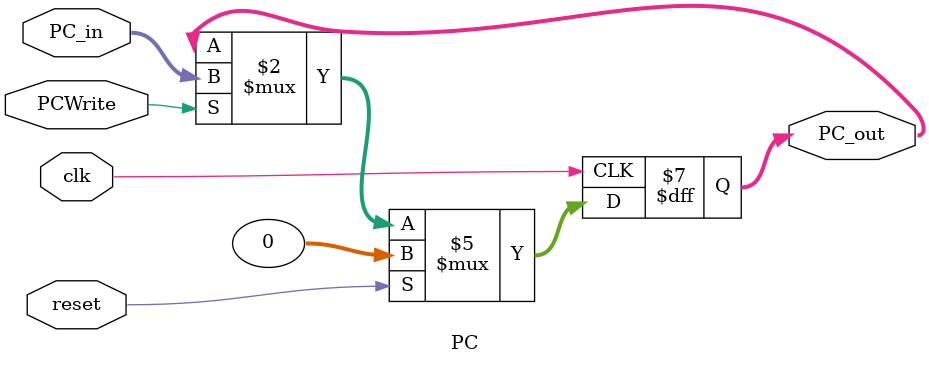
<source format=v>
`timescale 1ns / 1ps

module PC(
input clk, reset,
input PCWrite,
input [31:0] PC_in,
output reg [31:0] PC_out
);
always @(posedge clk) begin
	if(reset) PC_out <= 0;
	else if(PCWrite) PC_out <= PC_in;

end
endmodule

</source>
